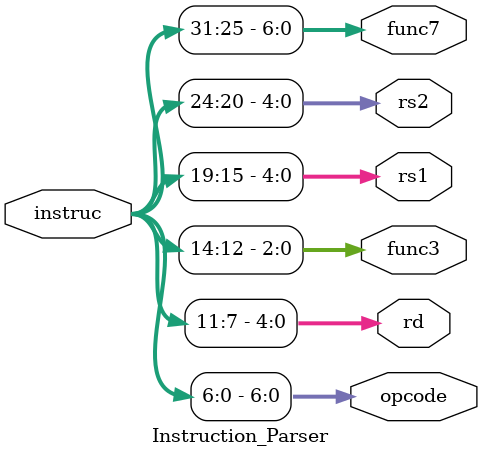
<source format=v>
`timescale 1ns / 1ps

module Instruction_Parser(
    input [31:0] instruc, 
    output reg [6:0] opcode,
    output reg [4:0] rd,    
    output reg [2:0] func3, 
    output reg [4:0] rs1, 
    output reg [4:0] rs2, 
    output reg [6:0] func7); 
    

always @(instruc) begin
    opcode <= instruc [6:0];
    rd <= instruc [11:7];
    func3 <= instruc [14:12];
    rs1 <= instruc [19:15];
    rs2 <= instruc [24:20];
    func7 <= instruc [31:25];
end
endmodule


</source>
